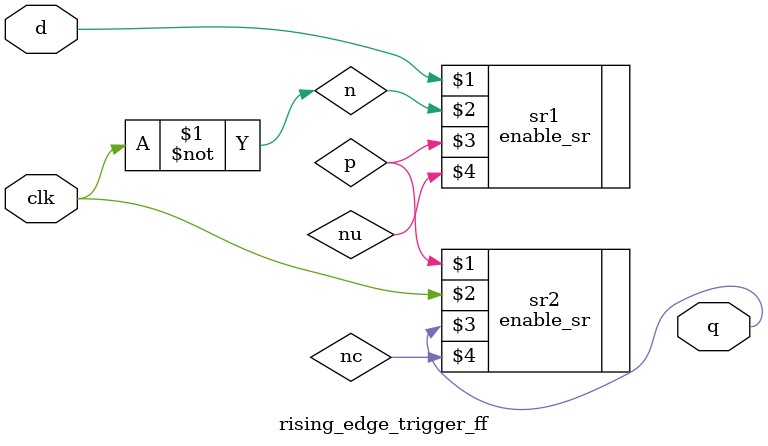
<source format=v>
module rising_edge_trigger_ff(input d,input clk ,output q);
wire p,n,un,uc;
not(n,clk);
enable_sr sr1(d,n,p,nu);
enable_sr sr2(p,clk,q,nc);
endmodule

</source>
